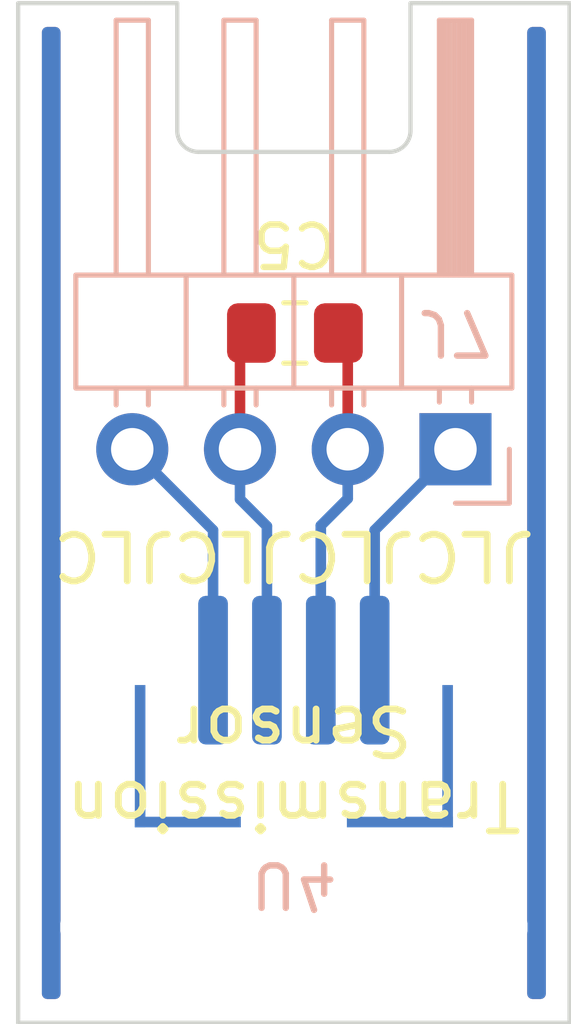
<source format=kicad_pcb>
(kicad_pcb (version 20171130) (host pcbnew 5.1.0)

  (general
    (thickness 1.6)
    (drawings 16)
    (tracks 14)
    (zones 0)
    (modules 5)
    (nets 5)
  )

  (page A4)
  (layers
    (0 F.Cu signal)
    (31 B.Cu signal)
    (32 B.Adhes user)
    (33 F.Adhes user)
    (34 B.Paste user)
    (35 F.Paste user)
    (36 B.SilkS user)
    (37 F.SilkS user)
    (38 B.Mask user)
    (39 F.Mask user)
    (40 Dwgs.User user)
    (41 Cmts.User user)
    (42 Eco1.User user)
    (43 Eco2.User user)
    (44 Edge.Cuts user)
    (45 Margin user)
    (46 B.CrtYd user)
    (47 F.CrtYd user)
    (48 B.Fab user)
    (49 F.Fab user)
  )

  (setup
    (last_trace_width 0.25)
    (trace_clearance 0.25)
    (zone_clearance 0.508)
    (zone_45_only no)
    (trace_min 0.2)
    (via_size 0.9)
    (via_drill 0.3)
    (via_min_size 0.6)
    (via_min_drill 0.3)
    (uvia_size 0.3)
    (uvia_drill 0.1)
    (uvias_allowed no)
    (uvia_min_size 0.2)
    (uvia_min_drill 0.1)
    (edge_width 0.1)
    (segment_width 0.001)
    (pcb_text_width 0.3)
    (pcb_text_size 1.5 1.5)
    (mod_edge_width 0.15)
    (mod_text_size 1 1)
    (mod_text_width 0.15)
    (pad_size 0.5 0.5)
    (pad_drill 0.5)
    (pad_to_mask_clearance 0.2)
    (solder_mask_min_width 0.2)
    (aux_axis_origin 0 0)
    (visible_elements FFFFFF7F)
    (pcbplotparams
      (layerselection 0x010f0_ffffffff)
      (usegerberextensions true)
      (usegerberattributes true)
      (usegerberadvancedattributes false)
      (creategerberjobfile false)
      (excludeedgelayer true)
      (linewidth 0.100000)
      (plotframeref false)
      (viasonmask false)
      (mode 1)
      (useauxorigin false)
      (hpglpennumber 1)
      (hpglpenspeed 20)
      (hpglpendiameter 15.000000)
      (psnegative false)
      (psa4output false)
      (plotreference true)
      (plotvalue true)
      (plotinvisibletext false)
      (padsonsilk false)
      (subtractmaskfromsilk true)
      (outputformat 1)
      (mirror false)
      (drillshape 0)
      (scaleselection 1)
      (outputdirectory "../../gerber/Module_Sensor/"))
  )

  (net 0 "")
  (net 1 "Net-(C5-Pad1)")
  (net 2 "Net-(C5-Pad2)")
  (net 3 "Net-(J7-Pad4)")
  (net 4 "Net-(J7-Pad1)")

  (net_class Default "This is the default net class."
    (clearance 0.25)
    (trace_width 0.25)
    (via_dia 0.9)
    (via_drill 0.3)
    (uvia_dia 0.3)
    (uvia_drill 0.1)
    (add_net "Net-(C5-Pad1)")
    (add_net "Net-(C5-Pad2)")
    (add_net "Net-(J7-Pad1)")
    (add_net "Net-(J7-Pad4)")
  )

  (net_class PWR ""
    (clearance 0.25)
    (trace_width 0.35)
    (via_dia 0.9)
    (via_drill 0.3)
    (uvia_dia 0.3)
    (uvia_drill 0.1)
  )

  (module Capacitor_SMD:C_0805_2012Metric_Pad1.15x1.40mm_HandSolder (layer F.Cu) (tedit 5BDA624F) (tstamp 5CAA8220)
    (at 132.5245 139.7635 180)
    (descr "Capacitor SMD 0805 (2012 Metric), square (rectangular) end terminal, IPC_7351 nominal with elongated pad for handsoldering. (Body size source: https://docs.google.com/spreadsheets/d/1BsfQQcO9C6DZCsRaXUlFlo91Tg2WpOkGARC1WS5S8t0/edit?usp=sharing), generated with kicad-footprint-generator")
    (tags "capacitor handsolder")
    (path /5BBF7D9F)
    (attr smd)
    (fp_text reference C5 (at 0 2.1 180 unlocked) (layer F.SilkS)
      (effects (font (size 1 1) (thickness 0.15)))
    )
    (fp_text value 100n (at 0 1.65 180) (layer F.Fab)
      (effects (font (size 1 1) (thickness 0.15)))
    )
    (fp_line (start -1 0.6) (end -1 -0.6) (layer F.Fab) (width 0.1))
    (fp_line (start -1 -0.6) (end 1 -0.6) (layer F.Fab) (width 0.1))
    (fp_line (start 1 -0.6) (end 1 0.6) (layer F.Fab) (width 0.1))
    (fp_line (start 1 0.6) (end -1 0.6) (layer F.Fab) (width 0.1))
    (fp_line (start -0.261252 -0.71) (end 0.261252 -0.71) (layer F.SilkS) (width 0.12))
    (fp_line (start -0.261252 0.71) (end 0.261252 0.71) (layer F.SilkS) (width 0.12))
    (fp_line (start -1.85 0.95) (end -1.85 -0.95) (layer F.CrtYd) (width 0.05))
    (fp_line (start -1.85 -0.95) (end 1.85 -0.95) (layer F.CrtYd) (width 0.05))
    (fp_line (start 1.85 -0.95) (end 1.85 0.95) (layer F.CrtYd) (width 0.05))
    (fp_line (start 1.85 0.95) (end -1.85 0.95) (layer F.CrtYd) (width 0.05))
    (fp_text user %R (at 0 0 180) (layer F.Fab)
      (effects (font (size 0.5 0.5) (thickness 0.08)))
    )
    (pad 1 smd roundrect (at -1.025 0 180) (size 1.15 1.4) (layers F.Cu F.Paste F.Mask) (roundrect_rratio 0.217391)
      (net 1 "Net-(C5-Pad1)"))
    (pad 2 smd roundrect (at 1.025 0 180) (size 1.15 1.4) (layers F.Cu F.Paste F.Mask) (roundrect_rratio 0.217391)
      (net 2 "Net-(C5-Pad2)"))
    (model ${KISYS3DMOD}/Capacitor_SMD.3dshapes/C_0805_2012Metric.wrl
      (at (xyz 0 0 0))
      (scale (xyz 1 1 1))
      (rotate (xyz 0 0 0))
    )
  )

  (module VEML:VEML7700_HandSoldering locked (layer B.Cu) (tedit 5BDA6100) (tstamp 5BDB1B25)
    (at 132.5 150 180)
    (path /5BC11FFA)
    (fp_text reference U4 (at 0 -2.75 180 unlocked) (layer B.SilkS)
      (effects (font (size 1 1) (thickness 0.15)) (justify mirror))
    )
    (fp_text value VEML7700 (at 0 4.95 180) (layer B.Fab)
      (effects (font (size 1 1) (thickness 0.15)) (justify mirror))
    )
    (fp_line (start -0.2 -0.2) (end -0.2 0.2) (layer B.CrtYd) (width 0.15))
    (fp_line (start 0.2 -0.2) (end -0.2 -0.2) (layer B.CrtYd) (width 0.15))
    (fp_line (start 0.2 0.2) (end 0.2 -0.2) (layer B.CrtYd) (width 0.15))
    (fp_line (start -0.2 0.2) (end 0.2 0.2) (layer B.CrtYd) (width 0.15))
    (fp_line (start 3.4 -1.05) (end -3.4 -1.05) (layer B.CrtYd) (width 0.15))
    (fp_line (start -3.4 -1.05) (end -3.4 1.95) (layer B.CrtYd) (width 0.15))
    (fp_line (start -3.4 1.95) (end 3.4 1.95) (layer B.CrtYd) (width 0.15))
    (fp_line (start 3.4 1.95) (end 3.4 -1.05) (layer B.CrtYd) (width 0.15))
    (fp_poly (pts (xy 3.75 0.15) (xy -3.75 0.15) (xy -3.75 -1.4) (xy 3.75 -1.4)) (layer B.Mask) (width 0.001))
    (pad ~ smd rect (at 2.5 -1.275 180) (size 2.5 0.25) (layers B.Cu B.Paste B.Mask))
    (pad ~ smd rect (at -2.5 -1.275 180) (size 2.5 0.25) (layers B.Cu B.Paste B.Mask))
    (pad ~ smd rect (at 3.625 0.45 180) (size 0.25 3.35) (drill (offset 0 -0.175)) (layers B.Cu B.Paste B.Mask))
    (pad ~ smd rect (at -3.625 0.45 180) (size 0.25 3.35) (drill (offset 0 -0.175)) (layers B.Cu B.Paste B.Mask))
    (pad 1 smd roundrect (at 1.905 1.95 180) (size 0.7 3.5) (drill (offset 0 0.35)) (layers B.Cu B.Paste B.Mask) (roundrect_rratio 0.25)
      (net 3 "Net-(J7-Pad4)"))
    (pad 2 smd roundrect (at 0.635 1.95 180) (size 0.7 3.5) (drill (offset 0 0.35)) (layers B.Cu B.Paste B.Mask) (roundrect_rratio 0.25)
      (net 2 "Net-(C5-Pad2)"))
    (pad 4 smd roundrect (at -1.905 1.95 180) (size 0.7 3.5) (drill (offset 0 0.35)) (layers B.Cu B.Paste B.Mask) (roundrect_rratio 0.25)
      (net 4 "Net-(J7-Pad1)"))
    (pad 3 smd roundrect (at -0.635 1.95 180) (size 0.7 3.5) (drill (offset 0 0.35)) (layers B.Cu B.Paste B.Mask) (roundrect_rratio 0.25)
      (net 1 "Net-(C5-Pad1)"))
    (model ${KIPRJMOD}/../lib/VEML.pretty/VEML7700.wrl
      (at (xyz 0 0 0))
      (scale (xyz 1 1 1))
      (rotate (xyz 0 0 0))
    )
  )

  (module Connector_PinHeader_2.54mm:PinHeader_1x04_P2.54mm_Horizontal locked (layer B.Cu) (tedit 5BDA6EAA) (tstamp 5BDE24D8)
    (at 136.31 142.5 90)
    (descr "Through hole angled pin header, 1x04, 2.54mm pitch, 6mm pin length, single row")
    (tags "Through hole angled pin header THT 1x04 2.54mm single row")
    (path /5BC1EEAD)
    (fp_text reference J7 (at 2.75 -0.01 180 unlocked) (layer B.SilkS)
      (effects (font (size 1 1) (thickness 0.15)) (justify mirror))
    )
    (fp_text value TransSensor (at 4.385 -9.89 90) (layer B.Fab)
      (effects (font (size 1 1) (thickness 0.15)) (justify mirror))
    )
    (fp_text user %R (at 2.77 -3.81) (layer B.Fab)
      (effects (font (size 1 1) (thickness 0.15)) (justify mirror))
    )
    (fp_line (start 10.55 1.8) (end -1.8 1.8) (layer B.CrtYd) (width 0.05))
    (fp_line (start 10.55 -9.4) (end 10.55 1.8) (layer B.CrtYd) (width 0.05))
    (fp_line (start -1.8 -9.4) (end 10.55 -9.4) (layer B.CrtYd) (width 0.05))
    (fp_line (start -1.8 1.8) (end -1.8 -9.4) (layer B.CrtYd) (width 0.05))
    (fp_line (start -1.27 1.27) (end 0 1.27) (layer B.SilkS) (width 0.12))
    (fp_line (start -1.27 0) (end -1.27 1.27) (layer B.SilkS) (width 0.12))
    (fp_line (start 1.042929 -8) (end 1.44 -8) (layer B.SilkS) (width 0.12))
    (fp_line (start 1.042929 -7.24) (end 1.44 -7.24) (layer B.SilkS) (width 0.12))
    (fp_line (start 10.1 -8) (end 4.1 -8) (layer B.SilkS) (width 0.12))
    (fp_line (start 10.1 -7.24) (end 10.1 -8) (layer B.SilkS) (width 0.12))
    (fp_line (start 4.1 -7.24) (end 10.1 -7.24) (layer B.SilkS) (width 0.12))
    (fp_line (start 1.44 -6.35) (end 4.1 -6.35) (layer B.SilkS) (width 0.12))
    (fp_line (start 1.042929 -5.46) (end 1.44 -5.46) (layer B.SilkS) (width 0.12))
    (fp_line (start 1.042929 -4.7) (end 1.44 -4.7) (layer B.SilkS) (width 0.12))
    (fp_line (start 10.1 -5.46) (end 4.1 -5.46) (layer B.SilkS) (width 0.12))
    (fp_line (start 10.1 -4.7) (end 10.1 -5.46) (layer B.SilkS) (width 0.12))
    (fp_line (start 4.1 -4.7) (end 10.1 -4.7) (layer B.SilkS) (width 0.12))
    (fp_line (start 1.44 -3.81) (end 4.1 -3.81) (layer B.SilkS) (width 0.12))
    (fp_line (start 1.042929 -2.92) (end 1.44 -2.92) (layer B.SilkS) (width 0.12))
    (fp_line (start 1.042929 -2.16) (end 1.44 -2.16) (layer B.SilkS) (width 0.12))
    (fp_line (start 10.1 -2.92) (end 4.1 -2.92) (layer B.SilkS) (width 0.12))
    (fp_line (start 10.1 -2.16) (end 10.1 -2.92) (layer B.SilkS) (width 0.12))
    (fp_line (start 4.1 -2.16) (end 10.1 -2.16) (layer B.SilkS) (width 0.12))
    (fp_line (start 1.44 -1.27) (end 4.1 -1.27) (layer B.SilkS) (width 0.12))
    (fp_line (start 1.11 -0.38) (end 1.44 -0.38) (layer B.SilkS) (width 0.12))
    (fp_line (start 1.11 0.38) (end 1.44 0.38) (layer B.SilkS) (width 0.12))
    (fp_line (start 4.1 -0.28) (end 10.1 -0.28) (layer B.SilkS) (width 0.12))
    (fp_line (start 4.1 -0.16) (end 10.1 -0.16) (layer B.SilkS) (width 0.12))
    (fp_line (start 4.1 -0.04) (end 10.1 -0.04) (layer B.SilkS) (width 0.12))
    (fp_line (start 4.1 0.08) (end 10.1 0.08) (layer B.SilkS) (width 0.12))
    (fp_line (start 4.1 0.2) (end 10.1 0.2) (layer B.SilkS) (width 0.12))
    (fp_line (start 4.1 0.32) (end 10.1 0.32) (layer B.SilkS) (width 0.12))
    (fp_line (start 10.1 -0.38) (end 4.1 -0.38) (layer B.SilkS) (width 0.12))
    (fp_line (start 10.1 0.38) (end 10.1 -0.38) (layer B.SilkS) (width 0.12))
    (fp_line (start 4.1 0.38) (end 10.1 0.38) (layer B.SilkS) (width 0.12))
    (fp_line (start 4.1 1.33) (end 1.44 1.33) (layer B.SilkS) (width 0.12))
    (fp_line (start 4.1 -8.95) (end 4.1 1.33) (layer B.SilkS) (width 0.12))
    (fp_line (start 1.44 -8.95) (end 4.1 -8.95) (layer B.SilkS) (width 0.12))
    (fp_line (start 1.44 1.33) (end 1.44 -8.95) (layer B.SilkS) (width 0.12))
    (fp_line (start 4.04 -7.94) (end 10.04 -7.94) (layer B.Fab) (width 0.1))
    (fp_line (start 10.04 -7.3) (end 10.04 -7.94) (layer B.Fab) (width 0.1))
    (fp_line (start 4.04 -7.3) (end 10.04 -7.3) (layer B.Fab) (width 0.1))
    (fp_line (start -0.32 -7.94) (end 1.5 -7.94) (layer B.Fab) (width 0.1))
    (fp_line (start -0.32 -7.3) (end -0.32 -7.94) (layer B.Fab) (width 0.1))
    (fp_line (start -0.32 -7.3) (end 1.5 -7.3) (layer B.Fab) (width 0.1))
    (fp_line (start 4.04 -5.4) (end 10.04 -5.4) (layer B.Fab) (width 0.1))
    (fp_line (start 10.04 -4.76) (end 10.04 -5.4) (layer B.Fab) (width 0.1))
    (fp_line (start 4.04 -4.76) (end 10.04 -4.76) (layer B.Fab) (width 0.1))
    (fp_line (start -0.32 -5.4) (end 1.5 -5.4) (layer B.Fab) (width 0.1))
    (fp_line (start -0.32 -4.76) (end -0.32 -5.4) (layer B.Fab) (width 0.1))
    (fp_line (start -0.32 -4.76) (end 1.5 -4.76) (layer B.Fab) (width 0.1))
    (fp_line (start 4.04 -2.86) (end 10.04 -2.86) (layer B.Fab) (width 0.1))
    (fp_line (start 10.04 -2.22) (end 10.04 -2.86) (layer B.Fab) (width 0.1))
    (fp_line (start 4.04 -2.22) (end 10.04 -2.22) (layer B.Fab) (width 0.1))
    (fp_line (start -0.32 -2.86) (end 1.5 -2.86) (layer B.Fab) (width 0.1))
    (fp_line (start -0.32 -2.22) (end -0.32 -2.86) (layer B.Fab) (width 0.1))
    (fp_line (start -0.32 -2.22) (end 1.5 -2.22) (layer B.Fab) (width 0.1))
    (fp_line (start 4.04 -0.32) (end 10.04 -0.32) (layer B.Fab) (width 0.1))
    (fp_line (start 10.04 0.32) (end 10.04 -0.32) (layer B.Fab) (width 0.1))
    (fp_line (start 4.04 0.32) (end 10.04 0.32) (layer B.Fab) (width 0.1))
    (fp_line (start -0.32 -0.32) (end 1.5 -0.32) (layer B.Fab) (width 0.1))
    (fp_line (start -0.32 0.32) (end -0.32 -0.32) (layer B.Fab) (width 0.1))
    (fp_line (start -0.32 0.32) (end 1.5 0.32) (layer B.Fab) (width 0.1))
    (fp_line (start 1.5 0.635) (end 2.135 1.27) (layer B.Fab) (width 0.1))
    (fp_line (start 1.5 -8.89) (end 1.5 0.635) (layer B.Fab) (width 0.1))
    (fp_line (start 4.04 -8.89) (end 1.5 -8.89) (layer B.Fab) (width 0.1))
    (fp_line (start 4.04 1.27) (end 4.04 -8.89) (layer B.Fab) (width 0.1))
    (fp_line (start 2.135 1.27) (end 4.04 1.27) (layer B.Fab) (width 0.1))
    (pad 4 thru_hole oval (at 0 -7.62 90) (size 1.7 1.7) (drill 1) (layers *.Cu *.Mask)
      (net 3 "Net-(J7-Pad4)"))
    (pad 3 thru_hole oval (at 0 -5.08 90) (size 1.7 1.7) (drill 1) (layers *.Cu *.Mask)
      (net 2 "Net-(C5-Pad2)"))
    (pad 2 thru_hole oval (at 0 -2.54 90) (size 1.7 1.7) (drill 1) (layers *.Cu *.Mask)
      (net 1 "Net-(C5-Pad1)"))
    (pad 1 thru_hole rect (at 0 0 90) (size 1.7 1.7) (drill 1) (layers *.Cu *.Mask)
      (net 4 "Net-(J7-Pad1)"))
    (model ${KISYS3DMOD}/Connector_PinHeader_2.54mm.3dshapes/PinHeader_1x04_P2.54mm_Horizontal.wrl
      (at (xyz 0 0 0))
      (scale (xyz 1 1 1))
      (rotate (xyz 0 0 0))
    )
  )

  (module Drill:Drill_1.0mm (layer F.Cu) (tedit 5BDA5C2D) (tstamp 5BDA75D2)
    (at 128 153.75)
    (path /5BDAE0F2)
    (fp_text reference H3 (at 0 1.2065) (layer F.SilkS) hide
      (effects (font (size 1 1) (thickness 0.15)))
    )
    (fp_text value RecoveryHole (at 0 -1.016) (layer F.Fab) hide
      (effects (font (size 1 1) (thickness 0.15)))
    )
    (pad "" np_thru_hole circle (at 0 0) (size 1 1) (drill 1) (layers *.Cu *.Mask)
      (solder_mask_margin 0.0001) (clearance 0.25))
  )

  (module Drill:Drill_1.0mm (layer F.Cu) (tedit 5BDA5C8C) (tstamp 5BDA5D02)
    (at 137 153.75)
    (path /5BDAEA29)
    (fp_text reference H4 (at 0 1.2065) (layer F.SilkS) hide
      (effects (font (size 1 1) (thickness 0.15)))
    )
    (fp_text value RecoveryHole (at 0 -1.016) (layer F.Fab) hide
      (effects (font (size 1 1) (thickness 0.15)))
    )
    (pad "" np_thru_hole circle (at 0 0) (size 1 1) (drill 1) (layers *.Cu *.Mask)
      (solder_mask_margin 0.0001) (clearance 0.25))
  )

  (gr_text JLCJLCJLCJLC (at 132.5 145 180) (layer F.SilkS)
    (effects (font (size 1.1 1.1) (thickness 0.16)))
  )
  (gr_line (start 128.725 156) (end 136.275 156) (layer Edge.Cuts) (width 0.1) (tstamp 5CAA7110))
  (gr_line (start 130.25 135.5) (end 134.75 135.5) (layer Edge.Cuts) (width 0.1))
  (gr_line (start 129 132) (end 129.75 132) (layer Edge.Cuts) (width 0.1))
  (gr_line (start 136 132) (end 135.25 132) (layer Edge.Cuts) (width 0.1))
  (gr_text "Transmission\nSensor" (at 132.5 150 180) (layer F.SilkS)
    (effects (font (size 1.1 1.1) (thickness 0.16)))
  )
  (gr_line (start 126 132) (end 126 156) (layer Edge.Cuts) (width 0.1))
  (gr_line (start 129.75 135) (end 129.75 132) (layer Edge.Cuts) (width 0.1))
  (gr_line (start 135.25 132) (end 135.25 135) (layer Edge.Cuts) (width 0.1))
  (gr_line (start 139 156) (end 139 132) (layer Edge.Cuts) (width 0.1))
  (gr_arc (start 134.75 135) (end 134.75 135.5) (angle -90) (layer Edge.Cuts) (width 0.1) (tstamp 5BD3857C))
  (gr_arc (start 130.25 135) (end 129.75 135) (angle -90) (layer Edge.Cuts) (width 0.1) (tstamp 5BD38571))
  (gr_line (start 126 156) (end 128.725 156) (angle 90) (layer Edge.Cuts) (width 0.1))
  (gr_line (start 136.275 156) (end 139 156) (angle 90) (layer Edge.Cuts) (width 0.1))
  (gr_line (start 136 132) (end 139 132) (angle 90) (layer Edge.Cuts) (width 0.1))
  (gr_line (start 126 132) (end 129 132) (angle 90) (layer Edge.Cuts) (width 0.1))

  (segment (start 133.5495 139.7635) (end 133.77 139.984) (width 0.25) (layer F.Cu) (net 1) (status C00000))
  (segment (start 133.77 139.984) (end 133.77 142.5) (width 0.25) (layer F.Cu) (net 1) (tstamp 5CA6CC28) (status C00000))
  (segment (start 133.77 142.5) (end 133.77 143.6615) (width 0.25) (layer B.Cu) (net 1) (status 400000))
  (segment (start 133.135 144.2965) (end 133.135 148.05) (width 0.25) (layer B.Cu) (net 1) (tstamp 5CA6CC3D) (status 800000))
  (segment (start 133.77 143.6615) (end 133.135 144.2965) (width 0.25) (layer B.Cu) (net 1) (tstamp 5CA6CC3C))
  (segment (start 131.4995 139.7635) (end 131.23 140.033) (width 0.25) (layer F.Cu) (net 2) (status C00000))
  (segment (start 131.23 140.033) (end 131.23 142.5) (width 0.25) (layer F.Cu) (net 2) (tstamp 5CA6CC2B) (status C00000))
  (segment (start 131.23 142.5) (end 131.23 143.676) (width 0.25) (layer B.Cu) (net 2) (status 400000))
  (segment (start 131.865 144.311) (end 131.865 148.05) (width 0.25) (layer B.Cu) (net 2) (tstamp 5CA6CC41) (status 800000))
  (segment (start 131.23 143.676) (end 131.865 144.311) (width 0.25) (layer B.Cu) (net 2) (tstamp 5CA6CC40))
  (segment (start 130.595 148.05) (end 130.595 144.405) (width 0.25) (layer B.Cu) (net 3) (status 400000))
  (segment (start 130.595 144.405) (end 128.69 142.5) (width 0.25) (layer B.Cu) (net 3) (tstamp 5CA6CC57) (status 800000))
  (segment (start 134.405 148.05) (end 134.405 144.405) (width 0.25) (layer B.Cu) (net 4) (status 400000))
  (segment (start 134.405 144.405) (end 136.31 142.5) (width 0.25) (layer B.Cu) (net 4) (tstamp 5CA6CC52) (status 800000))

  (zone (net 0) (net_name "") (layer B.Cu) (tstamp 5CAA7CC9) (hatch edge 0.508)
    (connect_pads (clearance 0.508))
    (min_thickness 0.254)
    (fill yes (arc_segments 16) (thermal_gap 0.508) (thermal_bridge_width 0.508))
    (polygon
      (pts
        (xy 126 156) (xy 126 132) (xy 127 132) (xy 127 156)
      )
    )
    (filled_polygon
      (pts
        (xy 126.873 153.597993) (xy 126.865 153.638212) (xy 126.865 153.861788) (xy 126.873 153.902007) (xy 126.873 155.315)
        (xy 126.685 155.315) (xy 126.685 132.685) (xy 126.873 132.685)
      )
    )
  )
  (zone (net 0) (net_name "") (layer B.Cu) (tstamp 5CAA7CC6) (hatch edge 0.508)
    (connect_pads (clearance 0.508))
    (min_thickness 0.254)
    (fill yes (arc_segments 16) (thermal_gap 0.508) (thermal_bridge_width 0.508))
    (polygon
      (pts
        (xy 139 156) (xy 138 156) (xy 138 132) (xy 139 132)
      )
    )
    (filled_polygon
      (pts
        (xy 138.315 155.315) (xy 138.127 155.315) (xy 138.127 153.902007) (xy 138.135 153.861788) (xy 138.135 153.638212)
        (xy 138.127 153.597993) (xy 138.127 132.685) (xy 138.315001 132.685)
      )
    )
  )
  (zone (net 0) (net_name "") (layer F.Cu) (tstamp 5CAA7CC3) (hatch edge 0.508)
    (connect_pads (clearance 0.508))
    (min_thickness 0.254)
    (fill yes (arc_segments 16) (thermal_gap 0.508) (thermal_bridge_width 0.508))
    (polygon
      (pts
        (xy 127 156) (xy 126 156) (xy 126 132) (xy 127 132)
      )
    )
    (filled_polygon
      (pts
        (xy 126.873 153.597993) (xy 126.865 153.638212) (xy 126.865 153.861788) (xy 126.873 153.902007) (xy 126.873 155.315)
        (xy 126.685 155.315) (xy 126.685 132.685) (xy 126.873 132.685)
      )
    )
  )
  (zone (net 0) (net_name "") (layer F.Cu) (tstamp 5CAA7CC0) (hatch edge 0.508)
    (connect_pads (clearance 0.508))
    (min_thickness 0.254)
    (fill yes (arc_segments 16) (thermal_gap 0.508) (thermal_bridge_width 0.508))
    (polygon
      (pts
        (xy 138 156) (xy 138 132) (xy 139 132) (xy 139 156)
      )
    )
    (filled_polygon
      (pts
        (xy 138.315 155.315) (xy 138.127 155.315) (xy 138.127 153.902007) (xy 138.135 153.861788) (xy 138.135 153.638212)
        (xy 138.127 153.597993) (xy 138.127 132.685) (xy 138.315001 132.685)
      )
    )
  )
)

</source>
